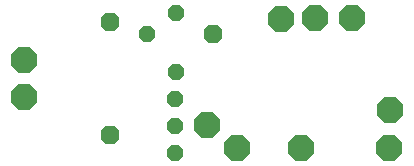
<source format=gbl>
G75*
G70*
%OFA0B0*%
%FSLAX24Y24*%
%IPPOS*%
%LPD*%
%AMOC8*
5,1,8,0,0,1.08239X$1,22.5*
%
%ADD10OC8,0.0560*%
%ADD11OC8,0.0630*%
%ADD12OC8,0.0850*%
D10*
X006193Y001536D03*
X006193Y002436D03*
X006193Y003336D03*
X006218Y004236D03*
X005268Y005511D03*
X006218Y006211D03*
D11*
X004018Y002136D03*
X007468Y005511D03*
X004018Y005886D03*
D12*
X001143Y004636D03*
X001143Y003386D03*
X007268Y002461D03*
X008268Y001711D03*
X010393Y001711D03*
X013318Y001711D03*
X013368Y002961D03*
X012093Y006036D03*
X010868Y006036D03*
X009718Y005986D03*
M02*

</source>
